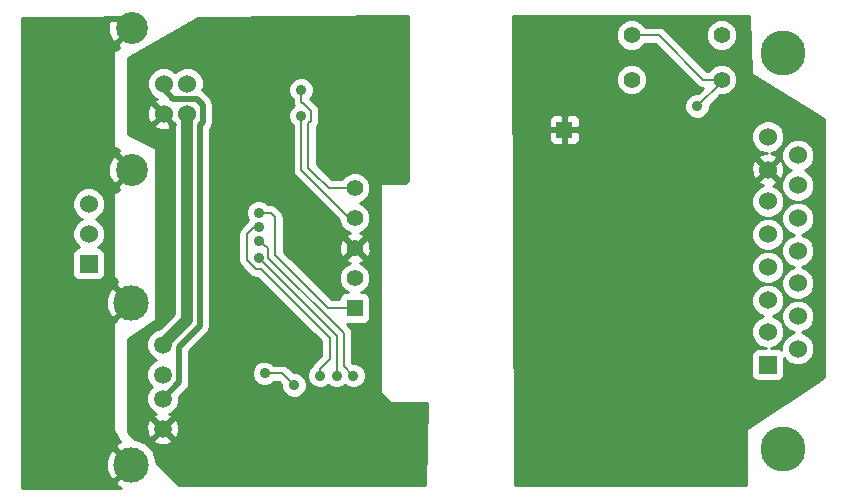
<source format=gbl>
G04 (created by PCBNEW (2013-03-15 BZR 4003)-stable) date 17/04/2013 22:03:57*
%MOIN*%
G04 Gerber Fmt 3.4, Leading zero omitted, Abs format*
%FSLAX34Y34*%
G01*
G70*
G90*
G04 APERTURE LIST*
%ADD10C,0.006*%
%ADD11C,0.06*%
%ADD12C,0.1063*%
%ADD13C,0.0591*%
%ADD14C,0.1181*%
%ADD15R,0.055X0.055*%
%ADD16C,0.055*%
%ADD17C,0.15*%
%ADD18R,0.06X0.06*%
%ADD19C,0.035*%
%ADD20C,0.019685*%
%ADD21C,0.00787402*%
%ADD22C,0.0393701*%
%ADD23C,0.01*%
G04 APERTURE END LIST*
G54D10*
G54D11*
X56751Y-41818D03*
X56751Y-40818D03*
X55964Y-40818D03*
X55964Y-41818D03*
G54D12*
X54901Y-43680D03*
X54901Y-38956D03*
G54D13*
X55935Y-52315D03*
X55935Y-51315D03*
X55935Y-50515D03*
X55935Y-49515D03*
G54D14*
X54885Y-53515D03*
X54885Y-48115D03*
G54D15*
X69320Y-42352D03*
G54D16*
X74561Y-40679D03*
X71561Y-40679D03*
X71561Y-39202D03*
X74561Y-39202D03*
G54D15*
X62332Y-48297D03*
G54D16*
X62332Y-47297D03*
X62332Y-46297D03*
X62332Y-45297D03*
X62332Y-44297D03*
G54D17*
X76604Y-52981D03*
X76604Y-39793D03*
G54D11*
X76104Y-42587D03*
X76104Y-43687D03*
X76104Y-44737D03*
X76104Y-45837D03*
X76104Y-46937D03*
X76104Y-48037D03*
X76104Y-49087D03*
G54D18*
X76104Y-50187D03*
G54D11*
X77104Y-43207D03*
X77104Y-44207D03*
X77104Y-45307D03*
X77104Y-46387D03*
X77104Y-47467D03*
X77104Y-48567D03*
X77104Y-49647D03*
G54D18*
X53464Y-46826D03*
G54D11*
X53464Y-45826D03*
X53464Y-44826D03*
G54D19*
X60078Y-43307D03*
X57244Y-50708D03*
X63700Y-52598D03*
X58818Y-47401D03*
X62992Y-42935D03*
X67952Y-41968D03*
X70551Y-52677D03*
X68188Y-53543D03*
X71584Y-42057D03*
X71584Y-43041D03*
X68533Y-48946D03*
X68533Y-46584D03*
X72076Y-44025D03*
X72175Y-49537D03*
X72076Y-44812D03*
X72076Y-45600D03*
X72076Y-46387D03*
X72076Y-47175D03*
X72076Y-47962D03*
X72076Y-48750D03*
X72076Y-50324D03*
X72076Y-51112D03*
X72076Y-51899D03*
X72076Y-52687D03*
X72076Y-53474D03*
X60551Y-41889D03*
X60551Y-41023D03*
X62283Y-50551D03*
X59153Y-46062D03*
X61732Y-50551D03*
X59133Y-46614D03*
X61181Y-50551D03*
X59133Y-45590D03*
X59330Y-50472D03*
X60314Y-50866D03*
X59133Y-45118D03*
X73750Y-41564D03*
G54D20*
X56259Y-42165D02*
X56259Y-42401D01*
X56259Y-42401D02*
X56220Y-42440D01*
X55964Y-41818D02*
X55964Y-41870D01*
X55964Y-41870D02*
X56259Y-42165D01*
X56259Y-42165D02*
X56299Y-42204D01*
G54D21*
X62992Y-42935D02*
X62992Y-42913D01*
G54D20*
X55964Y-40818D02*
X55964Y-41003D01*
X56476Y-50774D02*
X55935Y-51315D01*
X56476Y-49586D02*
X56476Y-50774D01*
X57165Y-48897D02*
X56476Y-49586D01*
X57165Y-42204D02*
X57165Y-48897D01*
X57263Y-42106D02*
X57165Y-42204D01*
X57263Y-41515D02*
X57263Y-42106D01*
X57066Y-41318D02*
X57263Y-41515D01*
X56279Y-41318D02*
X57066Y-41318D01*
X55964Y-41003D02*
X56279Y-41318D01*
G54D21*
X62332Y-45297D02*
X62147Y-45297D01*
X60551Y-43700D02*
X60551Y-41889D01*
X62147Y-45297D02*
X60551Y-43700D01*
X60866Y-41732D02*
X60629Y-41496D01*
X60551Y-41417D02*
X60551Y-41023D01*
X60629Y-41496D02*
X60551Y-41417D01*
X60944Y-43779D02*
X60787Y-43622D01*
X60787Y-42125D02*
X60866Y-42047D01*
X60787Y-43622D02*
X60787Y-42125D01*
X60866Y-41732D02*
X60866Y-42047D01*
X61462Y-44297D02*
X62332Y-44297D01*
X60944Y-43779D02*
X61462Y-44297D01*
X59448Y-46299D02*
X59448Y-46614D01*
X61968Y-50236D02*
X62283Y-50551D01*
X61968Y-49133D02*
X61968Y-50236D01*
X59448Y-46614D02*
X61968Y-49133D01*
X59153Y-46062D02*
X59448Y-46299D01*
X61732Y-49212D02*
X61732Y-50551D01*
X59133Y-46614D02*
X61732Y-49212D01*
X58740Y-45905D02*
X58740Y-45826D01*
X61181Y-50314D02*
X61496Y-50000D01*
X61496Y-50000D02*
X61496Y-49291D01*
X61496Y-49291D02*
X59212Y-47007D01*
X59212Y-47007D02*
X59055Y-47007D01*
X59055Y-47007D02*
X58740Y-46692D01*
X58740Y-46692D02*
X58740Y-45905D01*
X61181Y-50551D02*
X61181Y-50314D01*
X58976Y-45590D02*
X59133Y-45590D01*
X58740Y-45826D02*
X58976Y-45590D01*
X59921Y-50472D02*
X59330Y-50472D01*
X60314Y-50866D02*
X59921Y-50472D01*
X59685Y-46062D02*
X59685Y-45275D01*
X59527Y-45118D02*
X59133Y-45118D01*
X59685Y-45275D02*
X59527Y-45118D01*
X61446Y-48297D02*
X62332Y-48297D01*
X59685Y-46535D02*
X61446Y-48297D01*
X59685Y-46062D02*
X59685Y-46535D01*
X74561Y-40753D02*
X74561Y-40679D01*
X73750Y-41564D02*
X74561Y-40753D01*
X71561Y-39202D02*
X72470Y-39202D01*
X72470Y-39202D02*
X73946Y-40679D01*
X73946Y-40679D02*
X74561Y-40679D01*
G54D22*
X55935Y-49515D02*
X55935Y-49498D01*
X56751Y-48681D02*
X56751Y-41818D01*
X55935Y-49498D02*
X56751Y-48681D01*
G54D20*
X54015Y-38661D02*
X54606Y-38661D01*
X54606Y-38661D02*
X54901Y-38956D01*
G54D10*
G36*
X77981Y-50603D02*
X77654Y-50821D01*
X77654Y-49538D01*
X77570Y-49336D01*
X77416Y-49181D01*
X77237Y-49107D01*
X77415Y-49034D01*
X77570Y-48879D01*
X77654Y-48677D01*
X77654Y-48458D01*
X77570Y-48256D01*
X77416Y-48101D01*
X77214Y-48017D01*
X77213Y-48017D01*
X77415Y-47934D01*
X77570Y-47779D01*
X77654Y-47577D01*
X77654Y-47358D01*
X77570Y-47156D01*
X77416Y-47001D01*
X77237Y-46927D01*
X77415Y-46854D01*
X77570Y-46699D01*
X77654Y-46497D01*
X77654Y-46278D01*
X77570Y-46076D01*
X77416Y-45921D01*
X77237Y-45847D01*
X77415Y-45774D01*
X77570Y-45619D01*
X77654Y-45417D01*
X77654Y-45198D01*
X77570Y-44996D01*
X77416Y-44841D01*
X77214Y-44757D01*
X77213Y-44757D01*
X77415Y-44674D01*
X77570Y-44519D01*
X77654Y-44317D01*
X77654Y-44098D01*
X77570Y-43896D01*
X77416Y-43741D01*
X77334Y-43707D01*
X77415Y-43674D01*
X77570Y-43519D01*
X77654Y-43317D01*
X77654Y-43098D01*
X77570Y-42896D01*
X77416Y-42741D01*
X77214Y-42657D01*
X76995Y-42657D01*
X76793Y-42741D01*
X76654Y-42879D01*
X76654Y-42478D01*
X76570Y-42276D01*
X76416Y-42121D01*
X76214Y-42037D01*
X75995Y-42037D01*
X75793Y-42121D01*
X75638Y-42275D01*
X75554Y-42477D01*
X75554Y-42696D01*
X75637Y-42898D01*
X75792Y-43053D01*
X75994Y-43137D01*
X76090Y-43137D01*
X75967Y-43143D01*
X75816Y-43206D01*
X75789Y-43301D01*
X76104Y-43617D01*
X76419Y-43301D01*
X76392Y-43206D01*
X76199Y-43137D01*
X76213Y-43137D01*
X76415Y-43054D01*
X76570Y-42899D01*
X76654Y-42697D01*
X76654Y-42478D01*
X76654Y-42879D01*
X76638Y-42895D01*
X76554Y-43097D01*
X76554Y-43316D01*
X76637Y-43518D01*
X76792Y-43673D01*
X76874Y-43707D01*
X76793Y-43741D01*
X76659Y-43875D01*
X76659Y-43769D01*
X76648Y-43551D01*
X76585Y-43399D01*
X76490Y-43372D01*
X76175Y-43687D01*
X76490Y-44002D01*
X76585Y-43975D01*
X76659Y-43769D01*
X76659Y-43875D01*
X76638Y-43895D01*
X76554Y-44097D01*
X76554Y-44316D01*
X76637Y-44518D01*
X76792Y-44673D01*
X76994Y-44757D01*
X77213Y-44757D01*
X76995Y-44757D01*
X76793Y-44841D01*
X76638Y-44995D01*
X76554Y-45197D01*
X76554Y-45416D01*
X76637Y-45618D01*
X76792Y-45773D01*
X76970Y-45847D01*
X76793Y-45921D01*
X76638Y-46075D01*
X76554Y-46277D01*
X76554Y-46496D01*
X76637Y-46698D01*
X76792Y-46853D01*
X76970Y-46927D01*
X76793Y-47001D01*
X76638Y-47155D01*
X76554Y-47357D01*
X76554Y-47576D01*
X76637Y-47778D01*
X76792Y-47933D01*
X76994Y-48017D01*
X77213Y-48017D01*
X76995Y-48017D01*
X76793Y-48101D01*
X76638Y-48255D01*
X76554Y-48457D01*
X76554Y-48676D01*
X76637Y-48878D01*
X76792Y-49033D01*
X76970Y-49107D01*
X76793Y-49181D01*
X76638Y-49335D01*
X76554Y-49537D01*
X76554Y-49684D01*
X76546Y-49675D01*
X76454Y-49637D01*
X76354Y-49637D01*
X76213Y-49637D01*
X76415Y-49554D01*
X76570Y-49399D01*
X76654Y-49197D01*
X76654Y-48978D01*
X76570Y-48776D01*
X76416Y-48621D01*
X76274Y-48562D01*
X76415Y-48504D01*
X76570Y-48349D01*
X76654Y-48147D01*
X76654Y-47928D01*
X76570Y-47726D01*
X76416Y-47571D01*
X76214Y-47487D01*
X76213Y-47487D01*
X76415Y-47404D01*
X76570Y-47249D01*
X76654Y-47047D01*
X76654Y-46828D01*
X76570Y-46626D01*
X76416Y-46471D01*
X76214Y-46387D01*
X76213Y-46387D01*
X76415Y-46304D01*
X76570Y-46149D01*
X76654Y-45947D01*
X76654Y-45728D01*
X76570Y-45526D01*
X76416Y-45371D01*
X76214Y-45287D01*
X76213Y-45287D01*
X76415Y-45204D01*
X76570Y-45049D01*
X76654Y-44847D01*
X76654Y-44628D01*
X76570Y-44426D01*
X76416Y-44271D01*
X76280Y-44215D01*
X76392Y-44169D01*
X76419Y-44073D01*
X76104Y-43758D01*
X76033Y-43829D01*
X76033Y-43687D01*
X75718Y-43372D01*
X75623Y-43399D01*
X75549Y-43606D01*
X75560Y-43824D01*
X75623Y-43975D01*
X75718Y-44002D01*
X76033Y-43687D01*
X76033Y-43829D01*
X75789Y-44073D01*
X75816Y-44169D01*
X75936Y-44211D01*
X75793Y-44271D01*
X75638Y-44425D01*
X75554Y-44627D01*
X75554Y-44846D01*
X75637Y-45048D01*
X75792Y-45203D01*
X75994Y-45287D01*
X76213Y-45287D01*
X75995Y-45287D01*
X75793Y-45371D01*
X75638Y-45525D01*
X75554Y-45727D01*
X75554Y-45946D01*
X75637Y-46148D01*
X75792Y-46303D01*
X75994Y-46387D01*
X76213Y-46387D01*
X75995Y-46387D01*
X75793Y-46471D01*
X75638Y-46625D01*
X75554Y-46827D01*
X75554Y-47046D01*
X75637Y-47248D01*
X75792Y-47403D01*
X75994Y-47487D01*
X76213Y-47487D01*
X75995Y-47487D01*
X75793Y-47571D01*
X75638Y-47725D01*
X75554Y-47927D01*
X75554Y-48146D01*
X75637Y-48348D01*
X75792Y-48503D01*
X75934Y-48562D01*
X75793Y-48621D01*
X75638Y-48775D01*
X75554Y-48977D01*
X75554Y-49196D01*
X75637Y-49398D01*
X75792Y-49553D01*
X75994Y-49637D01*
X76054Y-49637D01*
X75754Y-49637D01*
X75662Y-49675D01*
X75592Y-49745D01*
X75554Y-49837D01*
X75554Y-49937D01*
X75554Y-50537D01*
X75592Y-50629D01*
X75662Y-50699D01*
X75754Y-50737D01*
X75853Y-50737D01*
X76453Y-50737D01*
X76545Y-50699D01*
X76616Y-50629D01*
X76654Y-50537D01*
X76654Y-50438D01*
X76654Y-49975D01*
X76792Y-50113D01*
X76994Y-50197D01*
X77213Y-50197D01*
X77415Y-50114D01*
X77570Y-49959D01*
X77654Y-49757D01*
X77654Y-49538D01*
X77654Y-50821D01*
X75383Y-52335D01*
X75383Y-54201D01*
X75086Y-54201D01*
X75086Y-40575D01*
X75086Y-39098D01*
X75006Y-38905D01*
X74858Y-38757D01*
X74665Y-38677D01*
X74457Y-38677D01*
X74264Y-38757D01*
X74116Y-38904D01*
X74036Y-39097D01*
X74035Y-39306D01*
X74115Y-39499D01*
X74263Y-39647D01*
X74456Y-39727D01*
X74664Y-39727D01*
X74858Y-39648D01*
X75005Y-39500D01*
X75085Y-39307D01*
X75086Y-39098D01*
X75086Y-40575D01*
X75006Y-40382D01*
X74858Y-40234D01*
X74665Y-40154D01*
X74457Y-40154D01*
X74264Y-40233D01*
X74116Y-40381D01*
X74112Y-40389D01*
X74066Y-40389D01*
X72675Y-38998D01*
X72581Y-38935D01*
X72470Y-38913D01*
X72009Y-38913D01*
X72006Y-38905D01*
X71858Y-38757D01*
X71665Y-38677D01*
X71457Y-38677D01*
X71264Y-38757D01*
X71116Y-38904D01*
X71036Y-39097D01*
X71035Y-39306D01*
X71115Y-39499D01*
X71263Y-39647D01*
X71456Y-39727D01*
X71664Y-39727D01*
X71858Y-39648D01*
X72005Y-39500D01*
X72009Y-39492D01*
X72350Y-39492D01*
X73742Y-40883D01*
X73742Y-40883D01*
X73804Y-40925D01*
X73836Y-40946D01*
X73836Y-40946D01*
X73938Y-40966D01*
X73765Y-41139D01*
X73665Y-41139D01*
X73509Y-41204D01*
X73389Y-41323D01*
X73325Y-41480D01*
X73324Y-41649D01*
X73389Y-41805D01*
X73508Y-41925D01*
X73665Y-41989D01*
X73834Y-41990D01*
X73990Y-41925D01*
X74110Y-41806D01*
X74174Y-41649D01*
X74175Y-41549D01*
X74520Y-41204D01*
X74664Y-41204D01*
X74858Y-41124D01*
X75005Y-40976D01*
X75085Y-40784D01*
X75086Y-40575D01*
X75086Y-54201D01*
X72086Y-54201D01*
X72086Y-40575D01*
X72006Y-40382D01*
X71858Y-40234D01*
X71665Y-40154D01*
X71457Y-40154D01*
X71264Y-40233D01*
X71116Y-40381D01*
X71036Y-40574D01*
X71035Y-40783D01*
X71115Y-40976D01*
X71263Y-41123D01*
X71456Y-41204D01*
X71664Y-41204D01*
X71858Y-41124D01*
X72005Y-40976D01*
X72085Y-40784D01*
X72086Y-40575D01*
X72086Y-54201D01*
X69845Y-54201D01*
X69845Y-42676D01*
X69845Y-42027D01*
X69807Y-41935D01*
X69737Y-41865D01*
X69645Y-41827D01*
X69546Y-41827D01*
X69433Y-41827D01*
X69370Y-41889D01*
X69370Y-42302D01*
X69783Y-42302D01*
X69845Y-42239D01*
X69845Y-42027D01*
X69845Y-42676D01*
X69845Y-42464D01*
X69783Y-42402D01*
X69370Y-42402D01*
X69370Y-42814D01*
X69433Y-42877D01*
X69546Y-42877D01*
X69645Y-42877D01*
X69737Y-42839D01*
X69807Y-42768D01*
X69845Y-42676D01*
X69845Y-54201D01*
X69270Y-54201D01*
X69270Y-42814D01*
X69270Y-42402D01*
X69270Y-42302D01*
X69270Y-41889D01*
X69208Y-41827D01*
X69095Y-41827D01*
X68995Y-41827D01*
X68904Y-41865D01*
X68833Y-41935D01*
X68795Y-42027D01*
X68795Y-42239D01*
X68858Y-42302D01*
X69270Y-42302D01*
X69270Y-42402D01*
X68858Y-42402D01*
X68795Y-42464D01*
X68795Y-42676D01*
X68833Y-42768D01*
X68904Y-42839D01*
X68995Y-42877D01*
X69095Y-42877D01*
X69208Y-42877D01*
X69270Y-42814D01*
X69270Y-54201D01*
X67687Y-54201D01*
X67610Y-38553D01*
X75463Y-38553D01*
X75541Y-40501D01*
X77981Y-41996D01*
X77981Y-50603D01*
X77981Y-50603D01*
G37*
G54D23*
X77981Y-50603D02*
X77654Y-50821D01*
X77654Y-49538D01*
X77570Y-49336D01*
X77416Y-49181D01*
X77237Y-49107D01*
X77415Y-49034D01*
X77570Y-48879D01*
X77654Y-48677D01*
X77654Y-48458D01*
X77570Y-48256D01*
X77416Y-48101D01*
X77214Y-48017D01*
X77213Y-48017D01*
X77415Y-47934D01*
X77570Y-47779D01*
X77654Y-47577D01*
X77654Y-47358D01*
X77570Y-47156D01*
X77416Y-47001D01*
X77237Y-46927D01*
X77415Y-46854D01*
X77570Y-46699D01*
X77654Y-46497D01*
X77654Y-46278D01*
X77570Y-46076D01*
X77416Y-45921D01*
X77237Y-45847D01*
X77415Y-45774D01*
X77570Y-45619D01*
X77654Y-45417D01*
X77654Y-45198D01*
X77570Y-44996D01*
X77416Y-44841D01*
X77214Y-44757D01*
X77213Y-44757D01*
X77415Y-44674D01*
X77570Y-44519D01*
X77654Y-44317D01*
X77654Y-44098D01*
X77570Y-43896D01*
X77416Y-43741D01*
X77334Y-43707D01*
X77415Y-43674D01*
X77570Y-43519D01*
X77654Y-43317D01*
X77654Y-43098D01*
X77570Y-42896D01*
X77416Y-42741D01*
X77214Y-42657D01*
X76995Y-42657D01*
X76793Y-42741D01*
X76654Y-42879D01*
X76654Y-42478D01*
X76570Y-42276D01*
X76416Y-42121D01*
X76214Y-42037D01*
X75995Y-42037D01*
X75793Y-42121D01*
X75638Y-42275D01*
X75554Y-42477D01*
X75554Y-42696D01*
X75637Y-42898D01*
X75792Y-43053D01*
X75994Y-43137D01*
X76090Y-43137D01*
X75967Y-43143D01*
X75816Y-43206D01*
X75789Y-43301D01*
X76104Y-43617D01*
X76419Y-43301D01*
X76392Y-43206D01*
X76199Y-43137D01*
X76213Y-43137D01*
X76415Y-43054D01*
X76570Y-42899D01*
X76654Y-42697D01*
X76654Y-42478D01*
X76654Y-42879D01*
X76638Y-42895D01*
X76554Y-43097D01*
X76554Y-43316D01*
X76637Y-43518D01*
X76792Y-43673D01*
X76874Y-43707D01*
X76793Y-43741D01*
X76659Y-43875D01*
X76659Y-43769D01*
X76648Y-43551D01*
X76585Y-43399D01*
X76490Y-43372D01*
X76175Y-43687D01*
X76490Y-44002D01*
X76585Y-43975D01*
X76659Y-43769D01*
X76659Y-43875D01*
X76638Y-43895D01*
X76554Y-44097D01*
X76554Y-44316D01*
X76637Y-44518D01*
X76792Y-44673D01*
X76994Y-44757D01*
X77213Y-44757D01*
X76995Y-44757D01*
X76793Y-44841D01*
X76638Y-44995D01*
X76554Y-45197D01*
X76554Y-45416D01*
X76637Y-45618D01*
X76792Y-45773D01*
X76970Y-45847D01*
X76793Y-45921D01*
X76638Y-46075D01*
X76554Y-46277D01*
X76554Y-46496D01*
X76637Y-46698D01*
X76792Y-46853D01*
X76970Y-46927D01*
X76793Y-47001D01*
X76638Y-47155D01*
X76554Y-47357D01*
X76554Y-47576D01*
X76637Y-47778D01*
X76792Y-47933D01*
X76994Y-48017D01*
X77213Y-48017D01*
X76995Y-48017D01*
X76793Y-48101D01*
X76638Y-48255D01*
X76554Y-48457D01*
X76554Y-48676D01*
X76637Y-48878D01*
X76792Y-49033D01*
X76970Y-49107D01*
X76793Y-49181D01*
X76638Y-49335D01*
X76554Y-49537D01*
X76554Y-49684D01*
X76546Y-49675D01*
X76454Y-49637D01*
X76354Y-49637D01*
X76213Y-49637D01*
X76415Y-49554D01*
X76570Y-49399D01*
X76654Y-49197D01*
X76654Y-48978D01*
X76570Y-48776D01*
X76416Y-48621D01*
X76274Y-48562D01*
X76415Y-48504D01*
X76570Y-48349D01*
X76654Y-48147D01*
X76654Y-47928D01*
X76570Y-47726D01*
X76416Y-47571D01*
X76214Y-47487D01*
X76213Y-47487D01*
X76415Y-47404D01*
X76570Y-47249D01*
X76654Y-47047D01*
X76654Y-46828D01*
X76570Y-46626D01*
X76416Y-46471D01*
X76214Y-46387D01*
X76213Y-46387D01*
X76415Y-46304D01*
X76570Y-46149D01*
X76654Y-45947D01*
X76654Y-45728D01*
X76570Y-45526D01*
X76416Y-45371D01*
X76214Y-45287D01*
X76213Y-45287D01*
X76415Y-45204D01*
X76570Y-45049D01*
X76654Y-44847D01*
X76654Y-44628D01*
X76570Y-44426D01*
X76416Y-44271D01*
X76280Y-44215D01*
X76392Y-44169D01*
X76419Y-44073D01*
X76104Y-43758D01*
X76033Y-43829D01*
X76033Y-43687D01*
X75718Y-43372D01*
X75623Y-43399D01*
X75549Y-43606D01*
X75560Y-43824D01*
X75623Y-43975D01*
X75718Y-44002D01*
X76033Y-43687D01*
X76033Y-43829D01*
X75789Y-44073D01*
X75816Y-44169D01*
X75936Y-44211D01*
X75793Y-44271D01*
X75638Y-44425D01*
X75554Y-44627D01*
X75554Y-44846D01*
X75637Y-45048D01*
X75792Y-45203D01*
X75994Y-45287D01*
X76213Y-45287D01*
X75995Y-45287D01*
X75793Y-45371D01*
X75638Y-45525D01*
X75554Y-45727D01*
X75554Y-45946D01*
X75637Y-46148D01*
X75792Y-46303D01*
X75994Y-46387D01*
X76213Y-46387D01*
X75995Y-46387D01*
X75793Y-46471D01*
X75638Y-46625D01*
X75554Y-46827D01*
X75554Y-47046D01*
X75637Y-47248D01*
X75792Y-47403D01*
X75994Y-47487D01*
X76213Y-47487D01*
X75995Y-47487D01*
X75793Y-47571D01*
X75638Y-47725D01*
X75554Y-47927D01*
X75554Y-48146D01*
X75637Y-48348D01*
X75792Y-48503D01*
X75934Y-48562D01*
X75793Y-48621D01*
X75638Y-48775D01*
X75554Y-48977D01*
X75554Y-49196D01*
X75637Y-49398D01*
X75792Y-49553D01*
X75994Y-49637D01*
X76054Y-49637D01*
X75754Y-49637D01*
X75662Y-49675D01*
X75592Y-49745D01*
X75554Y-49837D01*
X75554Y-49937D01*
X75554Y-50537D01*
X75592Y-50629D01*
X75662Y-50699D01*
X75754Y-50737D01*
X75853Y-50737D01*
X76453Y-50737D01*
X76545Y-50699D01*
X76616Y-50629D01*
X76654Y-50537D01*
X76654Y-50438D01*
X76654Y-49975D01*
X76792Y-50113D01*
X76994Y-50197D01*
X77213Y-50197D01*
X77415Y-50114D01*
X77570Y-49959D01*
X77654Y-49757D01*
X77654Y-49538D01*
X77654Y-50821D01*
X75383Y-52335D01*
X75383Y-54201D01*
X75086Y-54201D01*
X75086Y-40575D01*
X75086Y-39098D01*
X75006Y-38905D01*
X74858Y-38757D01*
X74665Y-38677D01*
X74457Y-38677D01*
X74264Y-38757D01*
X74116Y-38904D01*
X74036Y-39097D01*
X74035Y-39306D01*
X74115Y-39499D01*
X74263Y-39647D01*
X74456Y-39727D01*
X74664Y-39727D01*
X74858Y-39648D01*
X75005Y-39500D01*
X75085Y-39307D01*
X75086Y-39098D01*
X75086Y-40575D01*
X75006Y-40382D01*
X74858Y-40234D01*
X74665Y-40154D01*
X74457Y-40154D01*
X74264Y-40233D01*
X74116Y-40381D01*
X74112Y-40389D01*
X74066Y-40389D01*
X72675Y-38998D01*
X72581Y-38935D01*
X72470Y-38913D01*
X72009Y-38913D01*
X72006Y-38905D01*
X71858Y-38757D01*
X71665Y-38677D01*
X71457Y-38677D01*
X71264Y-38757D01*
X71116Y-38904D01*
X71036Y-39097D01*
X71035Y-39306D01*
X71115Y-39499D01*
X71263Y-39647D01*
X71456Y-39727D01*
X71664Y-39727D01*
X71858Y-39648D01*
X72005Y-39500D01*
X72009Y-39492D01*
X72350Y-39492D01*
X73742Y-40883D01*
X73742Y-40883D01*
X73804Y-40925D01*
X73836Y-40946D01*
X73836Y-40946D01*
X73938Y-40966D01*
X73765Y-41139D01*
X73665Y-41139D01*
X73509Y-41204D01*
X73389Y-41323D01*
X73325Y-41480D01*
X73324Y-41649D01*
X73389Y-41805D01*
X73508Y-41925D01*
X73665Y-41989D01*
X73834Y-41990D01*
X73990Y-41925D01*
X74110Y-41806D01*
X74174Y-41649D01*
X74175Y-41549D01*
X74520Y-41204D01*
X74664Y-41204D01*
X74858Y-41124D01*
X75005Y-40976D01*
X75085Y-40784D01*
X75086Y-40575D01*
X75086Y-54201D01*
X72086Y-54201D01*
X72086Y-40575D01*
X72006Y-40382D01*
X71858Y-40234D01*
X71665Y-40154D01*
X71457Y-40154D01*
X71264Y-40233D01*
X71116Y-40381D01*
X71036Y-40574D01*
X71035Y-40783D01*
X71115Y-40976D01*
X71263Y-41123D01*
X71456Y-41204D01*
X71664Y-41204D01*
X71858Y-41124D01*
X72005Y-40976D01*
X72085Y-40784D01*
X72086Y-40575D01*
X72086Y-54201D01*
X69845Y-54201D01*
X69845Y-42676D01*
X69845Y-42027D01*
X69807Y-41935D01*
X69737Y-41865D01*
X69645Y-41827D01*
X69546Y-41827D01*
X69433Y-41827D01*
X69370Y-41889D01*
X69370Y-42302D01*
X69783Y-42302D01*
X69845Y-42239D01*
X69845Y-42027D01*
X69845Y-42676D01*
X69845Y-42464D01*
X69783Y-42402D01*
X69370Y-42402D01*
X69370Y-42814D01*
X69433Y-42877D01*
X69546Y-42877D01*
X69645Y-42877D01*
X69737Y-42839D01*
X69807Y-42768D01*
X69845Y-42676D01*
X69845Y-54201D01*
X69270Y-54201D01*
X69270Y-42814D01*
X69270Y-42402D01*
X69270Y-42302D01*
X69270Y-41889D01*
X69208Y-41827D01*
X69095Y-41827D01*
X68995Y-41827D01*
X68904Y-41865D01*
X68833Y-41935D01*
X68795Y-42027D01*
X68795Y-42239D01*
X68858Y-42302D01*
X69270Y-42302D01*
X69270Y-42402D01*
X68858Y-42402D01*
X68795Y-42464D01*
X68795Y-42676D01*
X68833Y-42768D01*
X68904Y-42839D01*
X68995Y-42877D01*
X69095Y-42877D01*
X69208Y-42877D01*
X69270Y-42814D01*
X69270Y-54201D01*
X67687Y-54201D01*
X67610Y-38553D01*
X75463Y-38553D01*
X75541Y-40501D01*
X77981Y-41996D01*
X77981Y-50603D01*
G54D10*
G36*
X54977Y-43686D02*
X54907Y-43757D01*
X54901Y-43751D01*
X54830Y-43822D01*
X54830Y-43680D01*
X54348Y-43198D01*
X54228Y-43253D01*
X54116Y-43543D01*
X54123Y-43854D01*
X54228Y-44107D01*
X54348Y-44163D01*
X54830Y-43680D01*
X54830Y-43822D01*
X54418Y-44234D01*
X54474Y-44353D01*
X54482Y-44356D01*
X54280Y-44457D01*
X54280Y-47264D01*
X54418Y-47402D01*
X54359Y-47519D01*
X54885Y-48044D01*
X54890Y-48039D01*
X54961Y-48109D01*
X54955Y-48115D01*
X54961Y-48120D01*
X54890Y-48191D01*
X54885Y-48186D01*
X54814Y-48256D01*
X54814Y-48115D01*
X54289Y-47590D01*
X54163Y-47652D01*
X54041Y-47964D01*
X54047Y-48298D01*
X54163Y-48577D01*
X54289Y-48640D01*
X54814Y-48115D01*
X54814Y-48256D01*
X54359Y-48711D01*
X54374Y-48741D01*
X54280Y-48787D01*
X54280Y-52376D01*
X54509Y-52757D01*
X54422Y-52793D01*
X54359Y-52919D01*
X54885Y-53444D01*
X54890Y-53439D01*
X54960Y-53508D01*
X54961Y-53510D01*
X54955Y-53515D01*
X54961Y-53520D01*
X54890Y-53591D01*
X54885Y-53586D01*
X54814Y-53656D01*
X54814Y-53515D01*
X54289Y-52990D01*
X54163Y-53052D01*
X54041Y-53364D01*
X54047Y-53698D01*
X54163Y-53977D01*
X54289Y-54040D01*
X54814Y-53515D01*
X54814Y-53656D01*
X54359Y-54111D01*
X54422Y-54236D01*
X54534Y-54280D01*
X54014Y-54280D01*
X54014Y-45717D01*
X53931Y-45515D01*
X53776Y-45360D01*
X53694Y-45326D01*
X53775Y-45293D01*
X53930Y-45138D01*
X54014Y-44936D01*
X54014Y-44717D01*
X53931Y-44515D01*
X53776Y-44360D01*
X53574Y-44276D01*
X53355Y-44276D01*
X53153Y-44360D01*
X52998Y-44514D01*
X52914Y-44716D01*
X52914Y-44935D01*
X52998Y-45137D01*
X53152Y-45292D01*
X53234Y-45326D01*
X53153Y-45360D01*
X52998Y-45514D01*
X52914Y-45716D01*
X52914Y-45935D01*
X52998Y-46137D01*
X53136Y-46276D01*
X53115Y-46276D01*
X53023Y-46314D01*
X52952Y-46384D01*
X52914Y-46476D01*
X52914Y-46576D01*
X52914Y-47176D01*
X52952Y-47268D01*
X53022Y-47338D01*
X53114Y-47376D01*
X53214Y-47376D01*
X53814Y-47376D01*
X53905Y-47338D01*
X53976Y-47268D01*
X54014Y-47176D01*
X54014Y-47077D01*
X54014Y-46477D01*
X53976Y-46385D01*
X53906Y-46314D01*
X53814Y-46276D01*
X53792Y-46276D01*
X53930Y-46138D01*
X54014Y-45936D01*
X54014Y-45717D01*
X54014Y-54280D01*
X51231Y-54280D01*
X51231Y-38632D01*
X54189Y-38632D01*
X54116Y-38819D01*
X54123Y-39130D01*
X54228Y-39383D01*
X54348Y-39439D01*
X54830Y-38956D01*
X54825Y-38951D01*
X54896Y-38880D01*
X54901Y-38886D01*
X54907Y-38880D01*
X54977Y-38951D01*
X54972Y-38956D01*
X54977Y-38962D01*
X54907Y-39033D01*
X54901Y-39027D01*
X54418Y-39510D01*
X54474Y-39629D01*
X54481Y-39632D01*
X54280Y-39732D01*
X54280Y-42944D01*
X54462Y-43034D01*
X54418Y-43127D01*
X54901Y-43610D01*
X54907Y-43604D01*
X54977Y-43675D01*
X54972Y-43680D01*
X54977Y-43686D01*
X54977Y-43686D01*
G37*
G54D23*
X54977Y-43686D02*
X54907Y-43757D01*
X54901Y-43751D01*
X54830Y-43822D01*
X54830Y-43680D01*
X54348Y-43198D01*
X54228Y-43253D01*
X54116Y-43543D01*
X54123Y-43854D01*
X54228Y-44107D01*
X54348Y-44163D01*
X54830Y-43680D01*
X54830Y-43822D01*
X54418Y-44234D01*
X54474Y-44353D01*
X54482Y-44356D01*
X54280Y-44457D01*
X54280Y-47264D01*
X54418Y-47402D01*
X54359Y-47519D01*
X54885Y-48044D01*
X54890Y-48039D01*
X54961Y-48109D01*
X54955Y-48115D01*
X54961Y-48120D01*
X54890Y-48191D01*
X54885Y-48186D01*
X54814Y-48256D01*
X54814Y-48115D01*
X54289Y-47590D01*
X54163Y-47652D01*
X54041Y-47964D01*
X54047Y-48298D01*
X54163Y-48577D01*
X54289Y-48640D01*
X54814Y-48115D01*
X54814Y-48256D01*
X54359Y-48711D01*
X54374Y-48741D01*
X54280Y-48787D01*
X54280Y-52376D01*
X54509Y-52757D01*
X54422Y-52793D01*
X54359Y-52919D01*
X54885Y-53444D01*
X54890Y-53439D01*
X54960Y-53508D01*
X54961Y-53510D01*
X54955Y-53515D01*
X54961Y-53520D01*
X54890Y-53591D01*
X54885Y-53586D01*
X54814Y-53656D01*
X54814Y-53515D01*
X54289Y-52990D01*
X54163Y-53052D01*
X54041Y-53364D01*
X54047Y-53698D01*
X54163Y-53977D01*
X54289Y-54040D01*
X54814Y-53515D01*
X54814Y-53656D01*
X54359Y-54111D01*
X54422Y-54236D01*
X54534Y-54280D01*
X54014Y-54280D01*
X54014Y-45717D01*
X53931Y-45515D01*
X53776Y-45360D01*
X53694Y-45326D01*
X53775Y-45293D01*
X53930Y-45138D01*
X54014Y-44936D01*
X54014Y-44717D01*
X53931Y-44515D01*
X53776Y-44360D01*
X53574Y-44276D01*
X53355Y-44276D01*
X53153Y-44360D01*
X52998Y-44514D01*
X52914Y-44716D01*
X52914Y-44935D01*
X52998Y-45137D01*
X53152Y-45292D01*
X53234Y-45326D01*
X53153Y-45360D01*
X52998Y-45514D01*
X52914Y-45716D01*
X52914Y-45935D01*
X52998Y-46137D01*
X53136Y-46276D01*
X53115Y-46276D01*
X53023Y-46314D01*
X52952Y-46384D01*
X52914Y-46476D01*
X52914Y-46576D01*
X52914Y-47176D01*
X52952Y-47268D01*
X53022Y-47338D01*
X53114Y-47376D01*
X53214Y-47376D01*
X53814Y-47376D01*
X53905Y-47338D01*
X53976Y-47268D01*
X54014Y-47176D01*
X54014Y-47077D01*
X54014Y-46477D01*
X53976Y-46385D01*
X53906Y-46314D01*
X53814Y-46276D01*
X53792Y-46276D01*
X53930Y-46138D01*
X54014Y-45936D01*
X54014Y-45717D01*
X54014Y-54280D01*
X51231Y-54280D01*
X51231Y-38632D01*
X54189Y-38632D01*
X54116Y-38819D01*
X54123Y-39130D01*
X54228Y-39383D01*
X54348Y-39439D01*
X54830Y-38956D01*
X54825Y-38951D01*
X54896Y-38880D01*
X54901Y-38886D01*
X54907Y-38880D01*
X54977Y-38951D01*
X54972Y-38956D01*
X54977Y-38962D01*
X54907Y-39033D01*
X54901Y-39027D01*
X54418Y-39510D01*
X54474Y-39629D01*
X54481Y-39632D01*
X54280Y-39732D01*
X54280Y-42944D01*
X54462Y-43034D01*
X54418Y-43127D01*
X54901Y-43610D01*
X54907Y-43604D01*
X54977Y-43675D01*
X54972Y-43680D01*
X54977Y-43686D01*
G54D10*
G36*
X64751Y-51467D02*
X64675Y-54201D01*
X62862Y-54201D01*
X62862Y-46373D01*
X62857Y-46284D01*
X62857Y-45193D01*
X62778Y-45000D01*
X62630Y-44852D01*
X62497Y-44797D01*
X62629Y-44742D01*
X62777Y-44595D01*
X62857Y-44402D01*
X62857Y-44193D01*
X62778Y-44000D01*
X62630Y-43852D01*
X62437Y-43772D01*
X62228Y-43772D01*
X62035Y-43851D01*
X61887Y-43999D01*
X61884Y-44007D01*
X61582Y-44007D01*
X61149Y-43574D01*
X61149Y-43574D01*
X61149Y-43574D01*
X61076Y-43502D01*
X61076Y-42242D01*
X61076Y-42242D01*
X61112Y-42189D01*
X61133Y-42157D01*
X61133Y-42157D01*
X61155Y-42047D01*
X61155Y-42047D01*
X61155Y-41732D01*
X61133Y-41621D01*
X61070Y-41527D01*
X61070Y-41527D01*
X60859Y-41316D01*
X60911Y-41264D01*
X60976Y-41108D01*
X60976Y-40939D01*
X60911Y-40783D01*
X60792Y-40663D01*
X60636Y-40598D01*
X60467Y-40598D01*
X60310Y-40663D01*
X60191Y-40782D01*
X60126Y-40938D01*
X60126Y-41107D01*
X60190Y-41264D01*
X60261Y-41335D01*
X60261Y-41417D01*
X60283Y-41528D01*
X60295Y-41544D01*
X60191Y-41648D01*
X60126Y-41804D01*
X60126Y-41973D01*
X60190Y-42130D01*
X60261Y-42201D01*
X60261Y-43700D01*
X60283Y-43811D01*
X60346Y-43905D01*
X61807Y-45366D01*
X61807Y-45401D01*
X61887Y-45594D01*
X62034Y-45742D01*
X62161Y-45794D01*
X62059Y-45836D01*
X62035Y-45929D01*
X62332Y-46226D01*
X62629Y-45929D01*
X62605Y-45836D01*
X62495Y-45797D01*
X62629Y-45742D01*
X62777Y-45595D01*
X62857Y-45402D01*
X62857Y-45193D01*
X62857Y-46284D01*
X62851Y-46164D01*
X62793Y-46024D01*
X62700Y-46000D01*
X62403Y-46297D01*
X62700Y-46594D01*
X62793Y-46570D01*
X62862Y-46373D01*
X62862Y-54201D01*
X62857Y-54201D01*
X62857Y-47193D01*
X62778Y-47000D01*
X62630Y-46852D01*
X62503Y-46799D01*
X62605Y-46757D01*
X62629Y-46665D01*
X62332Y-46367D01*
X62261Y-46438D01*
X62261Y-46297D01*
X61964Y-46000D01*
X61872Y-46024D01*
X61802Y-46221D01*
X61814Y-46429D01*
X61872Y-46570D01*
X61964Y-46594D01*
X62261Y-46297D01*
X62261Y-46438D01*
X62035Y-46665D01*
X62059Y-46757D01*
X62169Y-46796D01*
X62035Y-46851D01*
X61887Y-46999D01*
X61807Y-47192D01*
X61807Y-47401D01*
X61887Y-47594D01*
X62034Y-47742D01*
X62107Y-47772D01*
X62008Y-47772D01*
X61916Y-47810D01*
X61845Y-47880D01*
X61807Y-47972D01*
X61807Y-48007D01*
X61566Y-48007D01*
X59974Y-46415D01*
X59974Y-46062D01*
X59974Y-45275D01*
X59956Y-45183D01*
X59952Y-45164D01*
X59952Y-45164D01*
X59889Y-45070D01*
X59889Y-45070D01*
X59732Y-44913D01*
X59638Y-44850D01*
X59527Y-44828D01*
X59445Y-44828D01*
X59374Y-44758D01*
X59218Y-44693D01*
X59049Y-44693D01*
X58893Y-44757D01*
X58773Y-44877D01*
X58708Y-45033D01*
X58708Y-45202D01*
X58771Y-45354D01*
X58749Y-45408D01*
X58535Y-45622D01*
X58472Y-45716D01*
X58450Y-45826D01*
X58450Y-45905D01*
X58450Y-46692D01*
X58472Y-46803D01*
X58535Y-46897D01*
X58850Y-47212D01*
X58850Y-47212D01*
X58913Y-47254D01*
X58944Y-47275D01*
X58944Y-47275D01*
X59055Y-47297D01*
X59055Y-47297D01*
X59092Y-47297D01*
X61206Y-49411D01*
X61206Y-49880D01*
X60976Y-50110D01*
X60913Y-50204D01*
X60910Y-50220D01*
X60821Y-50310D01*
X60756Y-50466D01*
X60756Y-50635D01*
X60820Y-50791D01*
X60940Y-50911D01*
X61096Y-50976D01*
X61265Y-50976D01*
X61421Y-50911D01*
X61456Y-50876D01*
X61491Y-50911D01*
X61647Y-50976D01*
X61816Y-50976D01*
X61972Y-50911D01*
X62007Y-50876D01*
X62042Y-50911D01*
X62198Y-50976D01*
X62367Y-50976D01*
X62523Y-50911D01*
X62643Y-50792D01*
X62708Y-50636D01*
X62708Y-50467D01*
X62643Y-50310D01*
X62524Y-50191D01*
X62368Y-50126D01*
X62267Y-50126D01*
X62257Y-50116D01*
X62257Y-49133D01*
X62257Y-49133D01*
X62235Y-49023D01*
X62235Y-49023D01*
X62215Y-48991D01*
X62173Y-48929D01*
X62173Y-48929D01*
X62066Y-48822D01*
X62107Y-48822D01*
X62657Y-48822D01*
X62749Y-48784D01*
X62819Y-48714D01*
X62857Y-48622D01*
X62857Y-48522D01*
X62857Y-47972D01*
X62819Y-47880D01*
X62749Y-47810D01*
X62657Y-47772D01*
X62558Y-47772D01*
X62557Y-47772D01*
X62629Y-47742D01*
X62777Y-47595D01*
X62857Y-47402D01*
X62857Y-47193D01*
X62857Y-54201D01*
X60740Y-54201D01*
X60740Y-50781D01*
X60675Y-50625D01*
X60556Y-50506D01*
X60399Y-50441D01*
X60299Y-50441D01*
X60125Y-50267D01*
X60031Y-50205D01*
X59921Y-50183D01*
X59642Y-50183D01*
X59571Y-50112D01*
X59415Y-50047D01*
X59246Y-50047D01*
X59090Y-50111D01*
X58970Y-50231D01*
X58905Y-50387D01*
X58905Y-50556D01*
X58970Y-50712D01*
X59089Y-50832D01*
X59245Y-50897D01*
X59414Y-50897D01*
X59571Y-50832D01*
X59642Y-50761D01*
X59801Y-50761D01*
X59889Y-50850D01*
X59889Y-50950D01*
X59954Y-51106D01*
X60073Y-51226D01*
X60230Y-51291D01*
X60399Y-51291D01*
X60555Y-51226D01*
X60675Y-51107D01*
X60739Y-50951D01*
X60740Y-50781D01*
X60740Y-54201D01*
X57612Y-54201D01*
X57612Y-42106D01*
X57612Y-41515D01*
X57612Y-41515D01*
X57612Y-41515D01*
X57585Y-41382D01*
X57510Y-41269D01*
X57510Y-41269D01*
X57313Y-41072D01*
X57257Y-41035D01*
X57301Y-40928D01*
X57301Y-40709D01*
X57218Y-40507D01*
X57063Y-40352D01*
X56861Y-40268D01*
X56642Y-40268D01*
X56440Y-40352D01*
X56358Y-40434D01*
X56276Y-40352D01*
X56074Y-40268D01*
X55855Y-40268D01*
X55653Y-40352D01*
X55498Y-40506D01*
X55414Y-40709D01*
X55414Y-40927D01*
X55498Y-41130D01*
X55652Y-41284D01*
X55728Y-41316D01*
X55676Y-41337D01*
X55649Y-41432D01*
X55964Y-41748D01*
X55970Y-41742D01*
X56040Y-41813D01*
X56035Y-41818D01*
X56040Y-41824D01*
X55970Y-41895D01*
X55964Y-41889D01*
X55893Y-41960D01*
X55893Y-41818D01*
X55578Y-41503D01*
X55483Y-41531D01*
X55409Y-41737D01*
X55420Y-41955D01*
X55483Y-42106D01*
X55578Y-42134D01*
X55893Y-41818D01*
X55893Y-41960D01*
X55649Y-42204D01*
X55676Y-42300D01*
X55882Y-42373D01*
X56101Y-42362D01*
X56252Y-42300D01*
X56279Y-42204D01*
X56279Y-42204D01*
X56304Y-42229D01*
X56304Y-48496D01*
X56279Y-48521D01*
X55831Y-48969D01*
X55827Y-48969D01*
X55626Y-49052D01*
X55472Y-49205D01*
X55389Y-49406D01*
X55389Y-49623D01*
X55472Y-49823D01*
X55625Y-49977D01*
X55716Y-50015D01*
X55626Y-50052D01*
X55472Y-50205D01*
X55389Y-50406D01*
X55389Y-50623D01*
X55472Y-50823D01*
X55563Y-50915D01*
X55472Y-51005D01*
X55389Y-51206D01*
X55389Y-51423D01*
X55472Y-51623D01*
X55625Y-51777D01*
X55710Y-51812D01*
X55649Y-51837D01*
X55623Y-51932D01*
X55935Y-52244D01*
X56246Y-51932D01*
X56220Y-51837D01*
X56155Y-51814D01*
X56243Y-51778D01*
X56397Y-51624D01*
X56480Y-51424D01*
X56480Y-51262D01*
X56722Y-51020D01*
X56722Y-51020D01*
X56722Y-51020D01*
X56798Y-50907D01*
X56824Y-50774D01*
X56824Y-49730D01*
X57411Y-49144D01*
X57411Y-49144D01*
X57411Y-49144D01*
X57487Y-49030D01*
X57513Y-48897D01*
X57513Y-48897D01*
X57513Y-48897D01*
X57513Y-42347D01*
X57513Y-42347D01*
X57585Y-42239D01*
X57612Y-42106D01*
X57612Y-54201D01*
X56485Y-54201D01*
X56485Y-52396D01*
X56474Y-52179D01*
X56412Y-52030D01*
X56317Y-52003D01*
X56005Y-52315D01*
X56317Y-52627D01*
X56412Y-52600D01*
X56485Y-52396D01*
X56485Y-54201D01*
X56478Y-54201D01*
X56246Y-53960D01*
X56246Y-52698D01*
X55935Y-52386D01*
X55864Y-52456D01*
X55864Y-52315D01*
X55552Y-52003D01*
X55457Y-52030D01*
X55384Y-52234D01*
X55395Y-52451D01*
X55457Y-52600D01*
X55552Y-52627D01*
X55864Y-52315D01*
X55864Y-52456D01*
X55623Y-52698D01*
X55649Y-52792D01*
X55854Y-52865D01*
X56071Y-52854D01*
X56220Y-52792D01*
X56246Y-52698D01*
X56246Y-53960D01*
X55725Y-53415D01*
X55725Y-53348D01*
X55597Y-53039D01*
X55361Y-52803D01*
X55052Y-52675D01*
X55017Y-52674D01*
X54774Y-52420D01*
X54774Y-49318D01*
X55719Y-48688D01*
X55719Y-48297D01*
X55725Y-48283D01*
X55725Y-47948D01*
X55719Y-47933D01*
X55719Y-42961D01*
X54774Y-42488D01*
X54774Y-39950D01*
X57124Y-38632D01*
X64123Y-38554D01*
X64123Y-44063D01*
X64003Y-44123D01*
X63178Y-44123D01*
X63178Y-51123D01*
X63522Y-51467D01*
X64751Y-51467D01*
X64751Y-51467D01*
G37*
G54D23*
X64751Y-51467D02*
X64675Y-54201D01*
X62862Y-54201D01*
X62862Y-46373D01*
X62857Y-46284D01*
X62857Y-45193D01*
X62778Y-45000D01*
X62630Y-44852D01*
X62497Y-44797D01*
X62629Y-44742D01*
X62777Y-44595D01*
X62857Y-44402D01*
X62857Y-44193D01*
X62778Y-44000D01*
X62630Y-43852D01*
X62437Y-43772D01*
X62228Y-43772D01*
X62035Y-43851D01*
X61887Y-43999D01*
X61884Y-44007D01*
X61582Y-44007D01*
X61149Y-43574D01*
X61149Y-43574D01*
X61149Y-43574D01*
X61076Y-43502D01*
X61076Y-42242D01*
X61076Y-42242D01*
X61112Y-42189D01*
X61133Y-42157D01*
X61133Y-42157D01*
X61155Y-42047D01*
X61155Y-42047D01*
X61155Y-41732D01*
X61133Y-41621D01*
X61070Y-41527D01*
X61070Y-41527D01*
X60859Y-41316D01*
X60911Y-41264D01*
X60976Y-41108D01*
X60976Y-40939D01*
X60911Y-40783D01*
X60792Y-40663D01*
X60636Y-40598D01*
X60467Y-40598D01*
X60310Y-40663D01*
X60191Y-40782D01*
X60126Y-40938D01*
X60126Y-41107D01*
X60190Y-41264D01*
X60261Y-41335D01*
X60261Y-41417D01*
X60283Y-41528D01*
X60295Y-41544D01*
X60191Y-41648D01*
X60126Y-41804D01*
X60126Y-41973D01*
X60190Y-42130D01*
X60261Y-42201D01*
X60261Y-43700D01*
X60283Y-43811D01*
X60346Y-43905D01*
X61807Y-45366D01*
X61807Y-45401D01*
X61887Y-45594D01*
X62034Y-45742D01*
X62161Y-45794D01*
X62059Y-45836D01*
X62035Y-45929D01*
X62332Y-46226D01*
X62629Y-45929D01*
X62605Y-45836D01*
X62495Y-45797D01*
X62629Y-45742D01*
X62777Y-45595D01*
X62857Y-45402D01*
X62857Y-45193D01*
X62857Y-46284D01*
X62851Y-46164D01*
X62793Y-46024D01*
X62700Y-46000D01*
X62403Y-46297D01*
X62700Y-46594D01*
X62793Y-46570D01*
X62862Y-46373D01*
X62862Y-54201D01*
X62857Y-54201D01*
X62857Y-47193D01*
X62778Y-47000D01*
X62630Y-46852D01*
X62503Y-46799D01*
X62605Y-46757D01*
X62629Y-46665D01*
X62332Y-46367D01*
X62261Y-46438D01*
X62261Y-46297D01*
X61964Y-46000D01*
X61872Y-46024D01*
X61802Y-46221D01*
X61814Y-46429D01*
X61872Y-46570D01*
X61964Y-46594D01*
X62261Y-46297D01*
X62261Y-46438D01*
X62035Y-46665D01*
X62059Y-46757D01*
X62169Y-46796D01*
X62035Y-46851D01*
X61887Y-46999D01*
X61807Y-47192D01*
X61807Y-47401D01*
X61887Y-47594D01*
X62034Y-47742D01*
X62107Y-47772D01*
X62008Y-47772D01*
X61916Y-47810D01*
X61845Y-47880D01*
X61807Y-47972D01*
X61807Y-48007D01*
X61566Y-48007D01*
X59974Y-46415D01*
X59974Y-46062D01*
X59974Y-45275D01*
X59956Y-45183D01*
X59952Y-45164D01*
X59952Y-45164D01*
X59889Y-45070D01*
X59889Y-45070D01*
X59732Y-44913D01*
X59638Y-44850D01*
X59527Y-44828D01*
X59445Y-44828D01*
X59374Y-44758D01*
X59218Y-44693D01*
X59049Y-44693D01*
X58893Y-44757D01*
X58773Y-44877D01*
X58708Y-45033D01*
X58708Y-45202D01*
X58771Y-45354D01*
X58749Y-45408D01*
X58535Y-45622D01*
X58472Y-45716D01*
X58450Y-45826D01*
X58450Y-45905D01*
X58450Y-46692D01*
X58472Y-46803D01*
X58535Y-46897D01*
X58850Y-47212D01*
X58850Y-47212D01*
X58913Y-47254D01*
X58944Y-47275D01*
X58944Y-47275D01*
X59055Y-47297D01*
X59055Y-47297D01*
X59092Y-47297D01*
X61206Y-49411D01*
X61206Y-49880D01*
X60976Y-50110D01*
X60913Y-50204D01*
X60910Y-50220D01*
X60821Y-50310D01*
X60756Y-50466D01*
X60756Y-50635D01*
X60820Y-50791D01*
X60940Y-50911D01*
X61096Y-50976D01*
X61265Y-50976D01*
X61421Y-50911D01*
X61456Y-50876D01*
X61491Y-50911D01*
X61647Y-50976D01*
X61816Y-50976D01*
X61972Y-50911D01*
X62007Y-50876D01*
X62042Y-50911D01*
X62198Y-50976D01*
X62367Y-50976D01*
X62523Y-50911D01*
X62643Y-50792D01*
X62708Y-50636D01*
X62708Y-50467D01*
X62643Y-50310D01*
X62524Y-50191D01*
X62368Y-50126D01*
X62267Y-50126D01*
X62257Y-50116D01*
X62257Y-49133D01*
X62257Y-49133D01*
X62235Y-49023D01*
X62235Y-49023D01*
X62215Y-48991D01*
X62173Y-48929D01*
X62173Y-48929D01*
X62066Y-48822D01*
X62107Y-48822D01*
X62657Y-48822D01*
X62749Y-48784D01*
X62819Y-48714D01*
X62857Y-48622D01*
X62857Y-48522D01*
X62857Y-47972D01*
X62819Y-47880D01*
X62749Y-47810D01*
X62657Y-47772D01*
X62558Y-47772D01*
X62557Y-47772D01*
X62629Y-47742D01*
X62777Y-47595D01*
X62857Y-47402D01*
X62857Y-47193D01*
X62857Y-54201D01*
X60740Y-54201D01*
X60740Y-50781D01*
X60675Y-50625D01*
X60556Y-50506D01*
X60399Y-50441D01*
X60299Y-50441D01*
X60125Y-50267D01*
X60031Y-50205D01*
X59921Y-50183D01*
X59642Y-50183D01*
X59571Y-50112D01*
X59415Y-50047D01*
X59246Y-50047D01*
X59090Y-50111D01*
X58970Y-50231D01*
X58905Y-50387D01*
X58905Y-50556D01*
X58970Y-50712D01*
X59089Y-50832D01*
X59245Y-50897D01*
X59414Y-50897D01*
X59571Y-50832D01*
X59642Y-50761D01*
X59801Y-50761D01*
X59889Y-50850D01*
X59889Y-50950D01*
X59954Y-51106D01*
X60073Y-51226D01*
X60230Y-51291D01*
X60399Y-51291D01*
X60555Y-51226D01*
X60675Y-51107D01*
X60739Y-50951D01*
X60740Y-50781D01*
X60740Y-54201D01*
X57612Y-54201D01*
X57612Y-42106D01*
X57612Y-41515D01*
X57612Y-41515D01*
X57612Y-41515D01*
X57585Y-41382D01*
X57510Y-41269D01*
X57510Y-41269D01*
X57313Y-41072D01*
X57257Y-41035D01*
X57301Y-40928D01*
X57301Y-40709D01*
X57218Y-40507D01*
X57063Y-40352D01*
X56861Y-40268D01*
X56642Y-40268D01*
X56440Y-40352D01*
X56358Y-40434D01*
X56276Y-40352D01*
X56074Y-40268D01*
X55855Y-40268D01*
X55653Y-40352D01*
X55498Y-40506D01*
X55414Y-40709D01*
X55414Y-40927D01*
X55498Y-41130D01*
X55652Y-41284D01*
X55728Y-41316D01*
X55676Y-41337D01*
X55649Y-41432D01*
X55964Y-41748D01*
X55970Y-41742D01*
X56040Y-41813D01*
X56035Y-41818D01*
X56040Y-41824D01*
X55970Y-41895D01*
X55964Y-41889D01*
X55893Y-41960D01*
X55893Y-41818D01*
X55578Y-41503D01*
X55483Y-41531D01*
X55409Y-41737D01*
X55420Y-41955D01*
X55483Y-42106D01*
X55578Y-42134D01*
X55893Y-41818D01*
X55893Y-41960D01*
X55649Y-42204D01*
X55676Y-42300D01*
X55882Y-42373D01*
X56101Y-42362D01*
X56252Y-42300D01*
X56279Y-42204D01*
X56279Y-42204D01*
X56304Y-42229D01*
X56304Y-48496D01*
X56279Y-48521D01*
X55831Y-48969D01*
X55827Y-48969D01*
X55626Y-49052D01*
X55472Y-49205D01*
X55389Y-49406D01*
X55389Y-49623D01*
X55472Y-49823D01*
X55625Y-49977D01*
X55716Y-50015D01*
X55626Y-50052D01*
X55472Y-50205D01*
X55389Y-50406D01*
X55389Y-50623D01*
X55472Y-50823D01*
X55563Y-50915D01*
X55472Y-51005D01*
X55389Y-51206D01*
X55389Y-51423D01*
X55472Y-51623D01*
X55625Y-51777D01*
X55710Y-51812D01*
X55649Y-51837D01*
X55623Y-51932D01*
X55935Y-52244D01*
X56246Y-51932D01*
X56220Y-51837D01*
X56155Y-51814D01*
X56243Y-51778D01*
X56397Y-51624D01*
X56480Y-51424D01*
X56480Y-51262D01*
X56722Y-51020D01*
X56722Y-51020D01*
X56722Y-51020D01*
X56798Y-50907D01*
X56824Y-50774D01*
X56824Y-49730D01*
X57411Y-49144D01*
X57411Y-49144D01*
X57411Y-49144D01*
X57487Y-49030D01*
X57513Y-48897D01*
X57513Y-48897D01*
X57513Y-48897D01*
X57513Y-42347D01*
X57513Y-42347D01*
X57585Y-42239D01*
X57612Y-42106D01*
X57612Y-54201D01*
X56485Y-54201D01*
X56485Y-52396D01*
X56474Y-52179D01*
X56412Y-52030D01*
X56317Y-52003D01*
X56005Y-52315D01*
X56317Y-52627D01*
X56412Y-52600D01*
X56485Y-52396D01*
X56485Y-54201D01*
X56478Y-54201D01*
X56246Y-53960D01*
X56246Y-52698D01*
X55935Y-52386D01*
X55864Y-52456D01*
X55864Y-52315D01*
X55552Y-52003D01*
X55457Y-52030D01*
X55384Y-52234D01*
X55395Y-52451D01*
X55457Y-52600D01*
X55552Y-52627D01*
X55864Y-52315D01*
X55864Y-52456D01*
X55623Y-52698D01*
X55649Y-52792D01*
X55854Y-52865D01*
X56071Y-52854D01*
X56220Y-52792D01*
X56246Y-52698D01*
X56246Y-53960D01*
X55725Y-53415D01*
X55725Y-53348D01*
X55597Y-53039D01*
X55361Y-52803D01*
X55052Y-52675D01*
X55017Y-52674D01*
X54774Y-52420D01*
X54774Y-49318D01*
X55719Y-48688D01*
X55719Y-48297D01*
X55725Y-48283D01*
X55725Y-47948D01*
X55719Y-47933D01*
X55719Y-42961D01*
X54774Y-42488D01*
X54774Y-39950D01*
X57124Y-38632D01*
X64123Y-38554D01*
X64123Y-44063D01*
X64003Y-44123D01*
X63178Y-44123D01*
X63178Y-51123D01*
X63522Y-51467D01*
X64751Y-51467D01*
M02*

</source>
